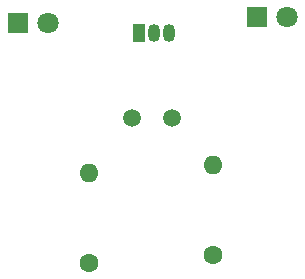
<source format=gbr>
%TF.GenerationSoftware,KiCad,Pcbnew,8.0.8*%
%TF.CreationDate,2025-06-12T02:03:35+01:00*%
%TF.ProjectId,AutoDiming_Keychain,4175746f-4469-46d6-996e-675f4b657963,rev?*%
%TF.SameCoordinates,Original*%
%TF.FileFunction,Soldermask,Bot*%
%TF.FilePolarity,Negative*%
%FSLAX46Y46*%
G04 Gerber Fmt 4.6, Leading zero omitted, Abs format (unit mm)*
G04 Created by KiCad (PCBNEW 8.0.8) date 2025-06-12 02:03:35*
%MOMM*%
%LPD*%
G01*
G04 APERTURE LIST*
%ADD10C,1.500000*%
%ADD11R,1.800000X1.800000*%
%ADD12C,1.800000*%
%ADD13C,1.600000*%
%ADD14O,1.600000X1.600000*%
%ADD15R,1.050000X1.500000*%
%ADD16O,1.050000X1.500000*%
G04 APERTURE END LIST*
D10*
%TO.C,R5*%
X47600000Y-50000000D03*
X51000000Y-50000000D03*
%TD*%
D11*
%TO.C,D2*%
X58225000Y-41500000D03*
D12*
X60765000Y-41500000D03*
%TD*%
D13*
%TO.C,R2*%
X54500000Y-61620000D03*
D14*
X54500000Y-54000000D03*
%TD*%
D15*
%TO.C,Q1*%
X48230000Y-42860000D03*
D16*
X49500000Y-42860000D03*
X50770000Y-42860000D03*
%TD*%
D11*
%TO.C,D1*%
X37960000Y-42000000D03*
D12*
X40500000Y-42000000D03*
%TD*%
D13*
%TO.C,R1*%
X44000000Y-62310000D03*
D14*
X44000000Y-54690000D03*
%TD*%
M02*

</source>
